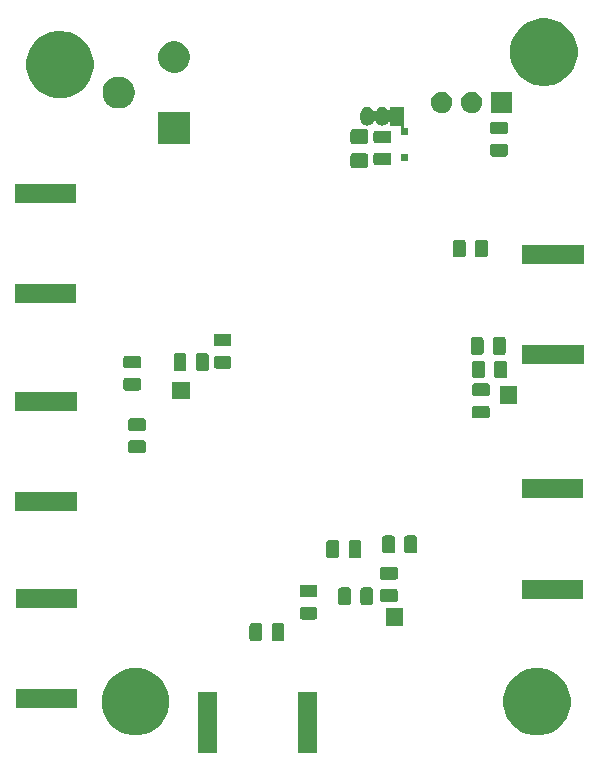
<source format=gbr>
G04 #@! TF.GenerationSoftware,KiCad,Pcbnew,(5.1.5)-3*
G04 #@! TF.CreationDate,2020-05-10T15:52:49-07:00*
G04 #@! TF.ProjectId,april_proj,61707269-6c5f-4707-926f-6a2e6b696361,rev?*
G04 #@! TF.SameCoordinates,Original*
G04 #@! TF.FileFunction,Soldermask,Bot*
G04 #@! TF.FilePolarity,Negative*
%FSLAX46Y46*%
G04 Gerber Fmt 4.6, Leading zero omitted, Abs format (unit mm)*
G04 Created by KiCad (PCBNEW (5.1.5)-3) date 2020-05-10 15:52:49*
%MOMM*%
%LPD*%
G04 APERTURE LIST*
%ADD10C,0.100000*%
G04 APERTURE END LIST*
D10*
G36*
X55776000Y-83216000D02*
G01*
X54174000Y-83216000D01*
X54174000Y-78034000D01*
X55776000Y-78034000D01*
X55776000Y-83216000D01*
G37*
G36*
X47276000Y-83216000D02*
G01*
X45674000Y-83216000D01*
X45674000Y-78034000D01*
X47276000Y-78034000D01*
X47276000Y-83216000D01*
G37*
G36*
X75206606Y-76133563D02*
G01*
X75725455Y-76348477D01*
X76192406Y-76660484D01*
X76589516Y-77057594D01*
X76901523Y-77524545D01*
X77116437Y-78043394D01*
X77225999Y-78594201D01*
X77225999Y-79155799D01*
X77116437Y-79706606D01*
X76901523Y-80225455D01*
X76589516Y-80692406D01*
X76192406Y-81089516D01*
X75725455Y-81401523D01*
X75206606Y-81616437D01*
X74655800Y-81725999D01*
X74094200Y-81725999D01*
X73543394Y-81616437D01*
X73024545Y-81401523D01*
X72557594Y-81089516D01*
X72160484Y-80692406D01*
X71848477Y-80225455D01*
X71633563Y-79706606D01*
X71524001Y-79155799D01*
X71524001Y-78594201D01*
X71633563Y-78043394D01*
X71848477Y-77524545D01*
X72160484Y-77057594D01*
X72557594Y-76660484D01*
X73024545Y-76348477D01*
X73543394Y-76133563D01*
X74094200Y-76024001D01*
X74655800Y-76024001D01*
X75206606Y-76133563D01*
G37*
G36*
X41206606Y-76133563D02*
G01*
X41725455Y-76348477D01*
X42192406Y-76660484D01*
X42589516Y-77057594D01*
X42901523Y-77524545D01*
X43116437Y-78043394D01*
X43225999Y-78594201D01*
X43225999Y-79155799D01*
X43116437Y-79706606D01*
X42901523Y-80225455D01*
X42589516Y-80692406D01*
X42192406Y-81089516D01*
X41725455Y-81401523D01*
X41206606Y-81616437D01*
X40655800Y-81725999D01*
X40094200Y-81725999D01*
X39543394Y-81616437D01*
X39024545Y-81401523D01*
X38557594Y-81089516D01*
X38160484Y-80692406D01*
X37848477Y-80225455D01*
X37633563Y-79706606D01*
X37524001Y-79155799D01*
X37524001Y-78594201D01*
X37633563Y-78043394D01*
X37848477Y-77524545D01*
X38160484Y-77057594D01*
X38557594Y-76660484D01*
X39024545Y-76348477D01*
X39543394Y-76133563D01*
X40094200Y-76024001D01*
X40655800Y-76024001D01*
X41206606Y-76133563D01*
G37*
G36*
X35416000Y-79426000D02*
G01*
X30234000Y-79426000D01*
X30234000Y-77824000D01*
X35416000Y-77824000D01*
X35416000Y-79426000D01*
G37*
G36*
X52809468Y-72228565D02*
G01*
X52848138Y-72240296D01*
X52883777Y-72259346D01*
X52915017Y-72284983D01*
X52940654Y-72316223D01*
X52959704Y-72351862D01*
X52971435Y-72390532D01*
X52976000Y-72436888D01*
X52976000Y-73513112D01*
X52971435Y-73559468D01*
X52959704Y-73598138D01*
X52940654Y-73633777D01*
X52915017Y-73665017D01*
X52883777Y-73690654D01*
X52848138Y-73709704D01*
X52809468Y-73721435D01*
X52763112Y-73726000D01*
X52111888Y-73726000D01*
X52065532Y-73721435D01*
X52026862Y-73709704D01*
X51991223Y-73690654D01*
X51959983Y-73665017D01*
X51934346Y-73633777D01*
X51915296Y-73598138D01*
X51903565Y-73559468D01*
X51899000Y-73513112D01*
X51899000Y-72436888D01*
X51903565Y-72390532D01*
X51915296Y-72351862D01*
X51934346Y-72316223D01*
X51959983Y-72284983D01*
X51991223Y-72259346D01*
X52026862Y-72240296D01*
X52065532Y-72228565D01*
X52111888Y-72224000D01*
X52763112Y-72224000D01*
X52809468Y-72228565D01*
G37*
G36*
X50934468Y-72228565D02*
G01*
X50973138Y-72240296D01*
X51008777Y-72259346D01*
X51040017Y-72284983D01*
X51065654Y-72316223D01*
X51084704Y-72351862D01*
X51096435Y-72390532D01*
X51101000Y-72436888D01*
X51101000Y-73513112D01*
X51096435Y-73559468D01*
X51084704Y-73598138D01*
X51065654Y-73633777D01*
X51040017Y-73665017D01*
X51008777Y-73690654D01*
X50973138Y-73709704D01*
X50934468Y-73721435D01*
X50888112Y-73726000D01*
X50236888Y-73726000D01*
X50190532Y-73721435D01*
X50151862Y-73709704D01*
X50116223Y-73690654D01*
X50084983Y-73665017D01*
X50059346Y-73633777D01*
X50040296Y-73598138D01*
X50028565Y-73559468D01*
X50024000Y-73513112D01*
X50024000Y-72436888D01*
X50028565Y-72390532D01*
X50040296Y-72351862D01*
X50059346Y-72316223D01*
X50084983Y-72284983D01*
X50116223Y-72259346D01*
X50151862Y-72240296D01*
X50190532Y-72228565D01*
X50236888Y-72224000D01*
X50888112Y-72224000D01*
X50934468Y-72228565D01*
G37*
G36*
X63026000Y-72426000D02*
G01*
X61574000Y-72426000D01*
X61574000Y-70974000D01*
X63026000Y-70974000D01*
X63026000Y-72426000D01*
G37*
G36*
X55609468Y-70841065D02*
G01*
X55648138Y-70852796D01*
X55683777Y-70871846D01*
X55715017Y-70897483D01*
X55740654Y-70928723D01*
X55759704Y-70964362D01*
X55771435Y-71003032D01*
X55776000Y-71049388D01*
X55776000Y-71700612D01*
X55771435Y-71746968D01*
X55759704Y-71785638D01*
X55740654Y-71821277D01*
X55715017Y-71852517D01*
X55683777Y-71878154D01*
X55648138Y-71897204D01*
X55609468Y-71908935D01*
X55563112Y-71913500D01*
X54486888Y-71913500D01*
X54440532Y-71908935D01*
X54401862Y-71897204D01*
X54366223Y-71878154D01*
X54334983Y-71852517D01*
X54309346Y-71821277D01*
X54290296Y-71785638D01*
X54278565Y-71746968D01*
X54274000Y-71700612D01*
X54274000Y-71049388D01*
X54278565Y-71003032D01*
X54290296Y-70964362D01*
X54309346Y-70928723D01*
X54334983Y-70897483D01*
X54366223Y-70871846D01*
X54401862Y-70852796D01*
X54440532Y-70841065D01*
X54486888Y-70836500D01*
X55563112Y-70836500D01*
X55609468Y-70841065D01*
G37*
G36*
X35416000Y-70926000D02*
G01*
X30234000Y-70926000D01*
X30234000Y-69324000D01*
X35416000Y-69324000D01*
X35416000Y-70926000D01*
G37*
G36*
X60333795Y-69203565D02*
G01*
X60372465Y-69215296D01*
X60408104Y-69234346D01*
X60439344Y-69259983D01*
X60464981Y-69291223D01*
X60484031Y-69326862D01*
X60495762Y-69365532D01*
X60500327Y-69411888D01*
X60500327Y-70488112D01*
X60495762Y-70534468D01*
X60484031Y-70573138D01*
X60464981Y-70608777D01*
X60439344Y-70640017D01*
X60408104Y-70665654D01*
X60372465Y-70684704D01*
X60333795Y-70696435D01*
X60287439Y-70701000D01*
X59636215Y-70701000D01*
X59589859Y-70696435D01*
X59551189Y-70684704D01*
X59515550Y-70665654D01*
X59484310Y-70640017D01*
X59458673Y-70608777D01*
X59439623Y-70573138D01*
X59427892Y-70534468D01*
X59423327Y-70488112D01*
X59423327Y-69411888D01*
X59427892Y-69365532D01*
X59439623Y-69326862D01*
X59458673Y-69291223D01*
X59484310Y-69259983D01*
X59515550Y-69234346D01*
X59551189Y-69215296D01*
X59589859Y-69203565D01*
X59636215Y-69199000D01*
X60287439Y-69199000D01*
X60333795Y-69203565D01*
G37*
G36*
X58458795Y-69203565D02*
G01*
X58497465Y-69215296D01*
X58533104Y-69234346D01*
X58564344Y-69259983D01*
X58589981Y-69291223D01*
X58609031Y-69326862D01*
X58620762Y-69365532D01*
X58625327Y-69411888D01*
X58625327Y-70488112D01*
X58620762Y-70534468D01*
X58609031Y-70573138D01*
X58589981Y-70608777D01*
X58564344Y-70640017D01*
X58533104Y-70665654D01*
X58497465Y-70684704D01*
X58458795Y-70696435D01*
X58412439Y-70701000D01*
X57761215Y-70701000D01*
X57714859Y-70696435D01*
X57676189Y-70684704D01*
X57640550Y-70665654D01*
X57609310Y-70640017D01*
X57583673Y-70608777D01*
X57564623Y-70573138D01*
X57552892Y-70534468D01*
X57548327Y-70488112D01*
X57548327Y-69411888D01*
X57552892Y-69365532D01*
X57564623Y-69326862D01*
X57583673Y-69291223D01*
X57609310Y-69259983D01*
X57640550Y-69234346D01*
X57676189Y-69215296D01*
X57714859Y-69203565D01*
X57761215Y-69199000D01*
X58412439Y-69199000D01*
X58458795Y-69203565D01*
G37*
G36*
X62409468Y-69341065D02*
G01*
X62448138Y-69352796D01*
X62483777Y-69371846D01*
X62515017Y-69397483D01*
X62540654Y-69428723D01*
X62559704Y-69464362D01*
X62571435Y-69503032D01*
X62576000Y-69549388D01*
X62576000Y-70200612D01*
X62571435Y-70246968D01*
X62559704Y-70285638D01*
X62540654Y-70321277D01*
X62515017Y-70352517D01*
X62483777Y-70378154D01*
X62448138Y-70397204D01*
X62409468Y-70408935D01*
X62363112Y-70413500D01*
X61286888Y-70413500D01*
X61240532Y-70408935D01*
X61201862Y-70397204D01*
X61166223Y-70378154D01*
X61134983Y-70352517D01*
X61109346Y-70321277D01*
X61090296Y-70285638D01*
X61078565Y-70246968D01*
X61074000Y-70200612D01*
X61074000Y-69549388D01*
X61078565Y-69503032D01*
X61090296Y-69464362D01*
X61109346Y-69428723D01*
X61134983Y-69397483D01*
X61166223Y-69371846D01*
X61201862Y-69352796D01*
X61240532Y-69341065D01*
X61286888Y-69336500D01*
X62363112Y-69336500D01*
X62409468Y-69341065D01*
G37*
G36*
X78291000Y-70151000D02*
G01*
X73109000Y-70151000D01*
X73109000Y-68549000D01*
X78291000Y-68549000D01*
X78291000Y-70151000D01*
G37*
G36*
X55609468Y-68966065D02*
G01*
X55648138Y-68977796D01*
X55683777Y-68996846D01*
X55715017Y-69022483D01*
X55740654Y-69053723D01*
X55759704Y-69089362D01*
X55771435Y-69128032D01*
X55776000Y-69174388D01*
X55776000Y-69825612D01*
X55771435Y-69871968D01*
X55759704Y-69910638D01*
X55740654Y-69946277D01*
X55715017Y-69977517D01*
X55683777Y-70003154D01*
X55648138Y-70022204D01*
X55609468Y-70033935D01*
X55563112Y-70038500D01*
X54486888Y-70038500D01*
X54440532Y-70033935D01*
X54401862Y-70022204D01*
X54366223Y-70003154D01*
X54334983Y-69977517D01*
X54309346Y-69946277D01*
X54290296Y-69910638D01*
X54278565Y-69871968D01*
X54274000Y-69825612D01*
X54274000Y-69174388D01*
X54278565Y-69128032D01*
X54290296Y-69089362D01*
X54309346Y-69053723D01*
X54334983Y-69022483D01*
X54366223Y-68996846D01*
X54401862Y-68977796D01*
X54440532Y-68966065D01*
X54486888Y-68961500D01*
X55563112Y-68961500D01*
X55609468Y-68966065D01*
G37*
G36*
X62409468Y-67466065D02*
G01*
X62448138Y-67477796D01*
X62483777Y-67496846D01*
X62515017Y-67522483D01*
X62540654Y-67553723D01*
X62559704Y-67589362D01*
X62571435Y-67628032D01*
X62576000Y-67674388D01*
X62576000Y-68325612D01*
X62571435Y-68371968D01*
X62559704Y-68410638D01*
X62540654Y-68446277D01*
X62515017Y-68477517D01*
X62483777Y-68503154D01*
X62448138Y-68522204D01*
X62409468Y-68533935D01*
X62363112Y-68538500D01*
X61286888Y-68538500D01*
X61240532Y-68533935D01*
X61201862Y-68522204D01*
X61166223Y-68503154D01*
X61134983Y-68477517D01*
X61109346Y-68446277D01*
X61090296Y-68410638D01*
X61078565Y-68371968D01*
X61074000Y-68325612D01*
X61074000Y-67674388D01*
X61078565Y-67628032D01*
X61090296Y-67589362D01*
X61109346Y-67553723D01*
X61134983Y-67522483D01*
X61166223Y-67496846D01*
X61201862Y-67477796D01*
X61240532Y-67466065D01*
X61286888Y-67461500D01*
X62363112Y-67461500D01*
X62409468Y-67466065D01*
G37*
G36*
X59321295Y-65209631D02*
G01*
X59359965Y-65221362D01*
X59395604Y-65240412D01*
X59426844Y-65266049D01*
X59452481Y-65297289D01*
X59471531Y-65332928D01*
X59483262Y-65371598D01*
X59487827Y-65417954D01*
X59487827Y-66494178D01*
X59483262Y-66540534D01*
X59471531Y-66579204D01*
X59452481Y-66614843D01*
X59426844Y-66646083D01*
X59395604Y-66671720D01*
X59359965Y-66690770D01*
X59321295Y-66702501D01*
X59274939Y-66707066D01*
X58623715Y-66707066D01*
X58577359Y-66702501D01*
X58538689Y-66690770D01*
X58503050Y-66671720D01*
X58471810Y-66646083D01*
X58446173Y-66614843D01*
X58427123Y-66579204D01*
X58415392Y-66540534D01*
X58410827Y-66494178D01*
X58410827Y-65417954D01*
X58415392Y-65371598D01*
X58427123Y-65332928D01*
X58446173Y-65297289D01*
X58471810Y-65266049D01*
X58503050Y-65240412D01*
X58538689Y-65221362D01*
X58577359Y-65209631D01*
X58623715Y-65205066D01*
X59274939Y-65205066D01*
X59321295Y-65209631D01*
G37*
G36*
X57446295Y-65209631D02*
G01*
X57484965Y-65221362D01*
X57520604Y-65240412D01*
X57551844Y-65266049D01*
X57577481Y-65297289D01*
X57596531Y-65332928D01*
X57608262Y-65371598D01*
X57612827Y-65417954D01*
X57612827Y-66494178D01*
X57608262Y-66540534D01*
X57596531Y-66579204D01*
X57577481Y-66614843D01*
X57551844Y-66646083D01*
X57520604Y-66671720D01*
X57484965Y-66690770D01*
X57446295Y-66702501D01*
X57399939Y-66707066D01*
X56748715Y-66707066D01*
X56702359Y-66702501D01*
X56663689Y-66690770D01*
X56628050Y-66671720D01*
X56596810Y-66646083D01*
X56571173Y-66614843D01*
X56552123Y-66579204D01*
X56540392Y-66540534D01*
X56535827Y-66494178D01*
X56535827Y-65417954D01*
X56540392Y-65371598D01*
X56552123Y-65332928D01*
X56571173Y-65297289D01*
X56596810Y-65266049D01*
X56628050Y-65240412D01*
X56663689Y-65221362D01*
X56702359Y-65209631D01*
X56748715Y-65205066D01*
X57399939Y-65205066D01*
X57446295Y-65209631D01*
G37*
G36*
X64046968Y-64803565D02*
G01*
X64085638Y-64815296D01*
X64121277Y-64834346D01*
X64152517Y-64859983D01*
X64178154Y-64891223D01*
X64197204Y-64926862D01*
X64208935Y-64965532D01*
X64213500Y-65011888D01*
X64213500Y-66088112D01*
X64208935Y-66134468D01*
X64197204Y-66173138D01*
X64178154Y-66208777D01*
X64152517Y-66240017D01*
X64121277Y-66265654D01*
X64085638Y-66284704D01*
X64046968Y-66296435D01*
X64000612Y-66301000D01*
X63349388Y-66301000D01*
X63303032Y-66296435D01*
X63264362Y-66284704D01*
X63228723Y-66265654D01*
X63197483Y-66240017D01*
X63171846Y-66208777D01*
X63152796Y-66173138D01*
X63141065Y-66134468D01*
X63136500Y-66088112D01*
X63136500Y-65011888D01*
X63141065Y-64965532D01*
X63152796Y-64926862D01*
X63171846Y-64891223D01*
X63197483Y-64859983D01*
X63228723Y-64834346D01*
X63264362Y-64815296D01*
X63303032Y-64803565D01*
X63349388Y-64799000D01*
X64000612Y-64799000D01*
X64046968Y-64803565D01*
G37*
G36*
X62171968Y-64803565D02*
G01*
X62210638Y-64815296D01*
X62246277Y-64834346D01*
X62277517Y-64859983D01*
X62303154Y-64891223D01*
X62322204Y-64926862D01*
X62333935Y-64965532D01*
X62338500Y-65011888D01*
X62338500Y-66088112D01*
X62333935Y-66134468D01*
X62322204Y-66173138D01*
X62303154Y-66208777D01*
X62277517Y-66240017D01*
X62246277Y-66265654D01*
X62210638Y-66284704D01*
X62171968Y-66296435D01*
X62125612Y-66301000D01*
X61474388Y-66301000D01*
X61428032Y-66296435D01*
X61389362Y-66284704D01*
X61353723Y-66265654D01*
X61322483Y-66240017D01*
X61296846Y-66208777D01*
X61277796Y-66173138D01*
X61266065Y-66134468D01*
X61261500Y-66088112D01*
X61261500Y-65011888D01*
X61266065Y-64965532D01*
X61277796Y-64926862D01*
X61296846Y-64891223D01*
X61322483Y-64859983D01*
X61353723Y-64834346D01*
X61389362Y-64815296D01*
X61428032Y-64803565D01*
X61474388Y-64799000D01*
X62125612Y-64799000D01*
X62171968Y-64803565D01*
G37*
G36*
X35391000Y-62726000D02*
G01*
X30209000Y-62726000D01*
X30209000Y-61124000D01*
X35391000Y-61124000D01*
X35391000Y-62726000D01*
G37*
G36*
X78291000Y-61651000D02*
G01*
X73109000Y-61651000D01*
X73109000Y-60049000D01*
X78291000Y-60049000D01*
X78291000Y-61651000D01*
G37*
G36*
X41084468Y-56753565D02*
G01*
X41123138Y-56765296D01*
X41158777Y-56784346D01*
X41190017Y-56809983D01*
X41215654Y-56841223D01*
X41234704Y-56876862D01*
X41246435Y-56915532D01*
X41251000Y-56961888D01*
X41251000Y-57613112D01*
X41246435Y-57659468D01*
X41234704Y-57698138D01*
X41215654Y-57733777D01*
X41190017Y-57765017D01*
X41158777Y-57790654D01*
X41123138Y-57809704D01*
X41084468Y-57821435D01*
X41038112Y-57826000D01*
X39961888Y-57826000D01*
X39915532Y-57821435D01*
X39876862Y-57809704D01*
X39841223Y-57790654D01*
X39809983Y-57765017D01*
X39784346Y-57733777D01*
X39765296Y-57698138D01*
X39753565Y-57659468D01*
X39749000Y-57613112D01*
X39749000Y-56961888D01*
X39753565Y-56915532D01*
X39765296Y-56876862D01*
X39784346Y-56841223D01*
X39809983Y-56809983D01*
X39841223Y-56784346D01*
X39876862Y-56765296D01*
X39915532Y-56753565D01*
X39961888Y-56749000D01*
X41038112Y-56749000D01*
X41084468Y-56753565D01*
G37*
G36*
X41084468Y-54878565D02*
G01*
X41123138Y-54890296D01*
X41158777Y-54909346D01*
X41190017Y-54934983D01*
X41215654Y-54966223D01*
X41234704Y-55001862D01*
X41246435Y-55040532D01*
X41251000Y-55086888D01*
X41251000Y-55738112D01*
X41246435Y-55784468D01*
X41234704Y-55823138D01*
X41215654Y-55858777D01*
X41190017Y-55890017D01*
X41158777Y-55915654D01*
X41123138Y-55934704D01*
X41084468Y-55946435D01*
X41038112Y-55951000D01*
X39961888Y-55951000D01*
X39915532Y-55946435D01*
X39876862Y-55934704D01*
X39841223Y-55915654D01*
X39809983Y-55890017D01*
X39784346Y-55858777D01*
X39765296Y-55823138D01*
X39753565Y-55784468D01*
X39749000Y-55738112D01*
X39749000Y-55086888D01*
X39753565Y-55040532D01*
X39765296Y-55001862D01*
X39784346Y-54966223D01*
X39809983Y-54934983D01*
X39841223Y-54909346D01*
X39876862Y-54890296D01*
X39915532Y-54878565D01*
X39961888Y-54874000D01*
X41038112Y-54874000D01*
X41084468Y-54878565D01*
G37*
G36*
X70184468Y-53803565D02*
G01*
X70223138Y-53815296D01*
X70258777Y-53834346D01*
X70290017Y-53859983D01*
X70315654Y-53891223D01*
X70334704Y-53926862D01*
X70346435Y-53965532D01*
X70351000Y-54011888D01*
X70351000Y-54663112D01*
X70346435Y-54709468D01*
X70334704Y-54748138D01*
X70315654Y-54783777D01*
X70290017Y-54815017D01*
X70258777Y-54840654D01*
X70223138Y-54859704D01*
X70184468Y-54871435D01*
X70138112Y-54876000D01*
X69061888Y-54876000D01*
X69015532Y-54871435D01*
X68976862Y-54859704D01*
X68941223Y-54840654D01*
X68909983Y-54815017D01*
X68884346Y-54783777D01*
X68865296Y-54748138D01*
X68853565Y-54709468D01*
X68849000Y-54663112D01*
X68849000Y-54011888D01*
X68853565Y-53965532D01*
X68865296Y-53926862D01*
X68884346Y-53891223D01*
X68909983Y-53859983D01*
X68941223Y-53834346D01*
X68976862Y-53815296D01*
X69015532Y-53803565D01*
X69061888Y-53799000D01*
X70138112Y-53799000D01*
X70184468Y-53803565D01*
G37*
G36*
X35391000Y-54226000D02*
G01*
X30209000Y-54226000D01*
X30209000Y-52624000D01*
X35391000Y-52624000D01*
X35391000Y-54226000D01*
G37*
G36*
X72676000Y-53626000D02*
G01*
X71224000Y-53626000D01*
X71224000Y-52174000D01*
X72676000Y-52174000D01*
X72676000Y-53626000D01*
G37*
G36*
X44951000Y-53276000D02*
G01*
X43499000Y-53276000D01*
X43499000Y-51824000D01*
X44951000Y-51824000D01*
X44951000Y-53276000D01*
G37*
G36*
X70184468Y-51928565D02*
G01*
X70223138Y-51940296D01*
X70258777Y-51959346D01*
X70290017Y-51984983D01*
X70315654Y-52016223D01*
X70334704Y-52051862D01*
X70346435Y-52090532D01*
X70351000Y-52136888D01*
X70351000Y-52788112D01*
X70346435Y-52834468D01*
X70334704Y-52873138D01*
X70315654Y-52908777D01*
X70290017Y-52940017D01*
X70258777Y-52965654D01*
X70223138Y-52984704D01*
X70184468Y-52996435D01*
X70138112Y-53001000D01*
X69061888Y-53001000D01*
X69015532Y-52996435D01*
X68976862Y-52984704D01*
X68941223Y-52965654D01*
X68909983Y-52940017D01*
X68884346Y-52908777D01*
X68865296Y-52873138D01*
X68853565Y-52834468D01*
X68849000Y-52788112D01*
X68849000Y-52136888D01*
X68853565Y-52090532D01*
X68865296Y-52051862D01*
X68884346Y-52016223D01*
X68909983Y-51984983D01*
X68941223Y-51959346D01*
X68976862Y-51940296D01*
X69015532Y-51928565D01*
X69061888Y-51924000D01*
X70138112Y-51924000D01*
X70184468Y-51928565D01*
G37*
G36*
X40684468Y-51453565D02*
G01*
X40723138Y-51465296D01*
X40758777Y-51484346D01*
X40790017Y-51509983D01*
X40815654Y-51541223D01*
X40834704Y-51576862D01*
X40846435Y-51615532D01*
X40851000Y-51661888D01*
X40851000Y-52313112D01*
X40846435Y-52359468D01*
X40834704Y-52398138D01*
X40815654Y-52433777D01*
X40790017Y-52465017D01*
X40758777Y-52490654D01*
X40723138Y-52509704D01*
X40684468Y-52521435D01*
X40638112Y-52526000D01*
X39561888Y-52526000D01*
X39515532Y-52521435D01*
X39476862Y-52509704D01*
X39441223Y-52490654D01*
X39409983Y-52465017D01*
X39384346Y-52433777D01*
X39365296Y-52398138D01*
X39353565Y-52359468D01*
X39349000Y-52313112D01*
X39349000Y-51661888D01*
X39353565Y-51615532D01*
X39365296Y-51576862D01*
X39384346Y-51541223D01*
X39409983Y-51509983D01*
X39441223Y-51484346D01*
X39476862Y-51465296D01*
X39515532Y-51453565D01*
X39561888Y-51449000D01*
X40638112Y-51449000D01*
X40684468Y-51453565D01*
G37*
G36*
X71659468Y-50003565D02*
G01*
X71698138Y-50015296D01*
X71733777Y-50034346D01*
X71765017Y-50059983D01*
X71790654Y-50091223D01*
X71809704Y-50126862D01*
X71821435Y-50165532D01*
X71826000Y-50211888D01*
X71826000Y-51288112D01*
X71821435Y-51334468D01*
X71809704Y-51373138D01*
X71790654Y-51408777D01*
X71765017Y-51440017D01*
X71733777Y-51465654D01*
X71698138Y-51484704D01*
X71659468Y-51496435D01*
X71613112Y-51501000D01*
X70961888Y-51501000D01*
X70915532Y-51496435D01*
X70876862Y-51484704D01*
X70841223Y-51465654D01*
X70809983Y-51440017D01*
X70784346Y-51408777D01*
X70765296Y-51373138D01*
X70753565Y-51334468D01*
X70749000Y-51288112D01*
X70749000Y-50211888D01*
X70753565Y-50165532D01*
X70765296Y-50126862D01*
X70784346Y-50091223D01*
X70809983Y-50059983D01*
X70841223Y-50034346D01*
X70876862Y-50015296D01*
X70915532Y-50003565D01*
X70961888Y-49999000D01*
X71613112Y-49999000D01*
X71659468Y-50003565D01*
G37*
G36*
X69784468Y-50003565D02*
G01*
X69823138Y-50015296D01*
X69858777Y-50034346D01*
X69890017Y-50059983D01*
X69915654Y-50091223D01*
X69934704Y-50126862D01*
X69946435Y-50165532D01*
X69951000Y-50211888D01*
X69951000Y-51288112D01*
X69946435Y-51334468D01*
X69934704Y-51373138D01*
X69915654Y-51408777D01*
X69890017Y-51440017D01*
X69858777Y-51465654D01*
X69823138Y-51484704D01*
X69784468Y-51496435D01*
X69738112Y-51501000D01*
X69086888Y-51501000D01*
X69040532Y-51496435D01*
X69001862Y-51484704D01*
X68966223Y-51465654D01*
X68934983Y-51440017D01*
X68909346Y-51408777D01*
X68890296Y-51373138D01*
X68878565Y-51334468D01*
X68874000Y-51288112D01*
X68874000Y-50211888D01*
X68878565Y-50165532D01*
X68890296Y-50126862D01*
X68909346Y-50091223D01*
X68934983Y-50059983D01*
X68966223Y-50034346D01*
X69001862Y-50015296D01*
X69040532Y-50003565D01*
X69086888Y-49999000D01*
X69738112Y-49999000D01*
X69784468Y-50003565D01*
G37*
G36*
X46396968Y-49378565D02*
G01*
X46435638Y-49390296D01*
X46471277Y-49409346D01*
X46502517Y-49434983D01*
X46528154Y-49466223D01*
X46547204Y-49501862D01*
X46558935Y-49540532D01*
X46563500Y-49586888D01*
X46563500Y-50663112D01*
X46558935Y-50709468D01*
X46547204Y-50748138D01*
X46528154Y-50783777D01*
X46502517Y-50815017D01*
X46471277Y-50840654D01*
X46435638Y-50859704D01*
X46396968Y-50871435D01*
X46350612Y-50876000D01*
X45699388Y-50876000D01*
X45653032Y-50871435D01*
X45614362Y-50859704D01*
X45578723Y-50840654D01*
X45547483Y-50815017D01*
X45521846Y-50783777D01*
X45502796Y-50748138D01*
X45491065Y-50709468D01*
X45486500Y-50663112D01*
X45486500Y-49586888D01*
X45491065Y-49540532D01*
X45502796Y-49501862D01*
X45521846Y-49466223D01*
X45547483Y-49434983D01*
X45578723Y-49409346D01*
X45614362Y-49390296D01*
X45653032Y-49378565D01*
X45699388Y-49374000D01*
X46350612Y-49374000D01*
X46396968Y-49378565D01*
G37*
G36*
X44521968Y-49378565D02*
G01*
X44560638Y-49390296D01*
X44596277Y-49409346D01*
X44627517Y-49434983D01*
X44653154Y-49466223D01*
X44672204Y-49501862D01*
X44683935Y-49540532D01*
X44688500Y-49586888D01*
X44688500Y-50663112D01*
X44683935Y-50709468D01*
X44672204Y-50748138D01*
X44653154Y-50783777D01*
X44627517Y-50815017D01*
X44596277Y-50840654D01*
X44560638Y-50859704D01*
X44521968Y-50871435D01*
X44475612Y-50876000D01*
X43824388Y-50876000D01*
X43778032Y-50871435D01*
X43739362Y-50859704D01*
X43703723Y-50840654D01*
X43672483Y-50815017D01*
X43646846Y-50783777D01*
X43627796Y-50748138D01*
X43616065Y-50709468D01*
X43611500Y-50663112D01*
X43611500Y-49586888D01*
X43616065Y-49540532D01*
X43627796Y-49501862D01*
X43646846Y-49466223D01*
X43672483Y-49434983D01*
X43703723Y-49409346D01*
X43739362Y-49390296D01*
X43778032Y-49378565D01*
X43824388Y-49374000D01*
X44475612Y-49374000D01*
X44521968Y-49378565D01*
G37*
G36*
X48334468Y-49591065D02*
G01*
X48373138Y-49602796D01*
X48408777Y-49621846D01*
X48440017Y-49647483D01*
X48465654Y-49678723D01*
X48484704Y-49714362D01*
X48496435Y-49753032D01*
X48501000Y-49799388D01*
X48501000Y-50450612D01*
X48496435Y-50496968D01*
X48484704Y-50535638D01*
X48465654Y-50571277D01*
X48440017Y-50602517D01*
X48408777Y-50628154D01*
X48373138Y-50647204D01*
X48334468Y-50658935D01*
X48288112Y-50663500D01*
X47211888Y-50663500D01*
X47165532Y-50658935D01*
X47126862Y-50647204D01*
X47091223Y-50628154D01*
X47059983Y-50602517D01*
X47034346Y-50571277D01*
X47015296Y-50535638D01*
X47003565Y-50496968D01*
X46999000Y-50450612D01*
X46999000Y-49799388D01*
X47003565Y-49753032D01*
X47015296Y-49714362D01*
X47034346Y-49678723D01*
X47059983Y-49647483D01*
X47091223Y-49621846D01*
X47126862Y-49602796D01*
X47165532Y-49591065D01*
X47211888Y-49586500D01*
X48288112Y-49586500D01*
X48334468Y-49591065D01*
G37*
G36*
X40684468Y-49578565D02*
G01*
X40723138Y-49590296D01*
X40758777Y-49609346D01*
X40790017Y-49634983D01*
X40815654Y-49666223D01*
X40834704Y-49701862D01*
X40846435Y-49740532D01*
X40851000Y-49786888D01*
X40851000Y-50438112D01*
X40846435Y-50484468D01*
X40834704Y-50523138D01*
X40815654Y-50558777D01*
X40790017Y-50590017D01*
X40758777Y-50615654D01*
X40723138Y-50634704D01*
X40684468Y-50646435D01*
X40638112Y-50651000D01*
X39561888Y-50651000D01*
X39515532Y-50646435D01*
X39476862Y-50634704D01*
X39441223Y-50615654D01*
X39409983Y-50590017D01*
X39384346Y-50558777D01*
X39365296Y-50523138D01*
X39353565Y-50484468D01*
X39349000Y-50438112D01*
X39349000Y-49786888D01*
X39353565Y-49740532D01*
X39365296Y-49701862D01*
X39384346Y-49666223D01*
X39409983Y-49634983D01*
X39441223Y-49609346D01*
X39476862Y-49590296D01*
X39515532Y-49578565D01*
X39561888Y-49574000D01*
X40638112Y-49574000D01*
X40684468Y-49578565D01*
G37*
G36*
X78316000Y-50301000D02*
G01*
X73134000Y-50301000D01*
X73134000Y-48699000D01*
X78316000Y-48699000D01*
X78316000Y-50301000D01*
G37*
G36*
X69671968Y-48003565D02*
G01*
X69710638Y-48015296D01*
X69746277Y-48034346D01*
X69777517Y-48059983D01*
X69803154Y-48091223D01*
X69822204Y-48126862D01*
X69833935Y-48165532D01*
X69838500Y-48211888D01*
X69838500Y-49288112D01*
X69833935Y-49334468D01*
X69822204Y-49373138D01*
X69803154Y-49408777D01*
X69777517Y-49440017D01*
X69746277Y-49465654D01*
X69710638Y-49484704D01*
X69671968Y-49496435D01*
X69625612Y-49501000D01*
X68974388Y-49501000D01*
X68928032Y-49496435D01*
X68889362Y-49484704D01*
X68853723Y-49465654D01*
X68822483Y-49440017D01*
X68796846Y-49408777D01*
X68777796Y-49373138D01*
X68766065Y-49334468D01*
X68761500Y-49288112D01*
X68761500Y-48211888D01*
X68766065Y-48165532D01*
X68777796Y-48126862D01*
X68796846Y-48091223D01*
X68822483Y-48059983D01*
X68853723Y-48034346D01*
X68889362Y-48015296D01*
X68928032Y-48003565D01*
X68974388Y-47999000D01*
X69625612Y-47999000D01*
X69671968Y-48003565D01*
G37*
G36*
X71546968Y-48003565D02*
G01*
X71585638Y-48015296D01*
X71621277Y-48034346D01*
X71652517Y-48059983D01*
X71678154Y-48091223D01*
X71697204Y-48126862D01*
X71708935Y-48165532D01*
X71713500Y-48211888D01*
X71713500Y-49288112D01*
X71708935Y-49334468D01*
X71697204Y-49373138D01*
X71678154Y-49408777D01*
X71652517Y-49440017D01*
X71621277Y-49465654D01*
X71585638Y-49484704D01*
X71546968Y-49496435D01*
X71500612Y-49501000D01*
X70849388Y-49501000D01*
X70803032Y-49496435D01*
X70764362Y-49484704D01*
X70728723Y-49465654D01*
X70697483Y-49440017D01*
X70671846Y-49408777D01*
X70652796Y-49373138D01*
X70641065Y-49334468D01*
X70636500Y-49288112D01*
X70636500Y-48211888D01*
X70641065Y-48165532D01*
X70652796Y-48126862D01*
X70671846Y-48091223D01*
X70697483Y-48059983D01*
X70728723Y-48034346D01*
X70764362Y-48015296D01*
X70803032Y-48003565D01*
X70849388Y-47999000D01*
X71500612Y-47999000D01*
X71546968Y-48003565D01*
G37*
G36*
X48334468Y-47716065D02*
G01*
X48373138Y-47727796D01*
X48408777Y-47746846D01*
X48440017Y-47772483D01*
X48465654Y-47803723D01*
X48484704Y-47839362D01*
X48496435Y-47878032D01*
X48501000Y-47924388D01*
X48501000Y-48575612D01*
X48496435Y-48621968D01*
X48484704Y-48660638D01*
X48465654Y-48696277D01*
X48440017Y-48727517D01*
X48408777Y-48753154D01*
X48373138Y-48772204D01*
X48334468Y-48783935D01*
X48288112Y-48788500D01*
X47211888Y-48788500D01*
X47165532Y-48783935D01*
X47126862Y-48772204D01*
X47091223Y-48753154D01*
X47059983Y-48727517D01*
X47034346Y-48696277D01*
X47015296Y-48660638D01*
X47003565Y-48621968D01*
X46999000Y-48575612D01*
X46999000Y-47924388D01*
X47003565Y-47878032D01*
X47015296Y-47839362D01*
X47034346Y-47803723D01*
X47059983Y-47772483D01*
X47091223Y-47746846D01*
X47126862Y-47727796D01*
X47165532Y-47716065D01*
X47211888Y-47711500D01*
X48288112Y-47711500D01*
X48334468Y-47716065D01*
G37*
G36*
X35341000Y-45126000D02*
G01*
X30159000Y-45126000D01*
X30159000Y-43524000D01*
X35341000Y-43524000D01*
X35341000Y-45126000D01*
G37*
G36*
X78316000Y-41801000D02*
G01*
X73134000Y-41801000D01*
X73134000Y-40199000D01*
X78316000Y-40199000D01*
X78316000Y-41801000D01*
G37*
G36*
X68159468Y-39763565D02*
G01*
X68198138Y-39775296D01*
X68233777Y-39794346D01*
X68265017Y-39819983D01*
X68290654Y-39851223D01*
X68309704Y-39886862D01*
X68321435Y-39925532D01*
X68326000Y-39971888D01*
X68326000Y-41048112D01*
X68321435Y-41094468D01*
X68309704Y-41133138D01*
X68290654Y-41168777D01*
X68265017Y-41200017D01*
X68233777Y-41225654D01*
X68198138Y-41244704D01*
X68159468Y-41256435D01*
X68113112Y-41261000D01*
X67461888Y-41261000D01*
X67415532Y-41256435D01*
X67376862Y-41244704D01*
X67341223Y-41225654D01*
X67309983Y-41200017D01*
X67284346Y-41168777D01*
X67265296Y-41133138D01*
X67253565Y-41094468D01*
X67249000Y-41048112D01*
X67249000Y-39971888D01*
X67253565Y-39925532D01*
X67265296Y-39886862D01*
X67284346Y-39851223D01*
X67309983Y-39819983D01*
X67341223Y-39794346D01*
X67376862Y-39775296D01*
X67415532Y-39763565D01*
X67461888Y-39759000D01*
X68113112Y-39759000D01*
X68159468Y-39763565D01*
G37*
G36*
X70034468Y-39763565D02*
G01*
X70073138Y-39775296D01*
X70108777Y-39794346D01*
X70140017Y-39819983D01*
X70165654Y-39851223D01*
X70184704Y-39886862D01*
X70196435Y-39925532D01*
X70201000Y-39971888D01*
X70201000Y-41048112D01*
X70196435Y-41094468D01*
X70184704Y-41133138D01*
X70165654Y-41168777D01*
X70140017Y-41200017D01*
X70108777Y-41225654D01*
X70073138Y-41244704D01*
X70034468Y-41256435D01*
X69988112Y-41261000D01*
X69336888Y-41261000D01*
X69290532Y-41256435D01*
X69251862Y-41244704D01*
X69216223Y-41225654D01*
X69184983Y-41200017D01*
X69159346Y-41168777D01*
X69140296Y-41133138D01*
X69128565Y-41094468D01*
X69124000Y-41048112D01*
X69124000Y-39971888D01*
X69128565Y-39925532D01*
X69140296Y-39886862D01*
X69159346Y-39851223D01*
X69184983Y-39819983D01*
X69216223Y-39794346D01*
X69251862Y-39775296D01*
X69290532Y-39763565D01*
X69336888Y-39759000D01*
X69988112Y-39759000D01*
X70034468Y-39763565D01*
G37*
G36*
X35341000Y-36626000D02*
G01*
X30159000Y-36626000D01*
X30159000Y-35024000D01*
X35341000Y-35024000D01*
X35341000Y-36626000D01*
G37*
G36*
X59913674Y-32453465D02*
G01*
X59951367Y-32464899D01*
X59986103Y-32483466D01*
X60016548Y-32508452D01*
X60041534Y-32538897D01*
X60060101Y-32573633D01*
X60071535Y-32611326D01*
X60076000Y-32656661D01*
X60076000Y-33493339D01*
X60071535Y-33538674D01*
X60060101Y-33576367D01*
X60041534Y-33611103D01*
X60016548Y-33641548D01*
X59986103Y-33666534D01*
X59951367Y-33685101D01*
X59913674Y-33696535D01*
X59868339Y-33701000D01*
X58781661Y-33701000D01*
X58736326Y-33696535D01*
X58698633Y-33685101D01*
X58663897Y-33666534D01*
X58633452Y-33641548D01*
X58608466Y-33611103D01*
X58589899Y-33576367D01*
X58578465Y-33538674D01*
X58574000Y-33493339D01*
X58574000Y-32656661D01*
X58578465Y-32611326D01*
X58589899Y-32573633D01*
X58608466Y-32538897D01*
X58633452Y-32508452D01*
X58663897Y-32483466D01*
X58698633Y-32464899D01*
X58736326Y-32453465D01*
X58781661Y-32449000D01*
X59868339Y-32449000D01*
X59913674Y-32453465D01*
G37*
G36*
X61859468Y-32391065D02*
G01*
X61898138Y-32402796D01*
X61933777Y-32421846D01*
X61965017Y-32447483D01*
X61990654Y-32478723D01*
X62009704Y-32514362D01*
X62021435Y-32553032D01*
X62026000Y-32599388D01*
X62026000Y-33250612D01*
X62021435Y-33296968D01*
X62009704Y-33335638D01*
X61990654Y-33371277D01*
X61965017Y-33402517D01*
X61933777Y-33428154D01*
X61898138Y-33447204D01*
X61859468Y-33458935D01*
X61813112Y-33463500D01*
X60736888Y-33463500D01*
X60690532Y-33458935D01*
X60651862Y-33447204D01*
X60616223Y-33428154D01*
X60584983Y-33402517D01*
X60559346Y-33371277D01*
X60540296Y-33335638D01*
X60528565Y-33296968D01*
X60524000Y-33250612D01*
X60524000Y-32599388D01*
X60528565Y-32553032D01*
X60540296Y-32514362D01*
X60559346Y-32478723D01*
X60584983Y-32447483D01*
X60616223Y-32421846D01*
X60651862Y-32402796D01*
X60690532Y-32391065D01*
X60736888Y-32386500D01*
X61813112Y-32386500D01*
X61859468Y-32391065D01*
G37*
G36*
X63476000Y-33101000D02*
G01*
X62874000Y-33101000D01*
X62874000Y-32499000D01*
X63476000Y-32499000D01*
X63476000Y-33101000D01*
G37*
G36*
X71734468Y-31641065D02*
G01*
X71773138Y-31652796D01*
X71808777Y-31671846D01*
X71840017Y-31697483D01*
X71865654Y-31728723D01*
X71884704Y-31764362D01*
X71896435Y-31803032D01*
X71901000Y-31849388D01*
X71901000Y-32500612D01*
X71896435Y-32546968D01*
X71884704Y-32585638D01*
X71865654Y-32621277D01*
X71840017Y-32652517D01*
X71808777Y-32678154D01*
X71773138Y-32697204D01*
X71734468Y-32708935D01*
X71688112Y-32713500D01*
X70611888Y-32713500D01*
X70565532Y-32708935D01*
X70526862Y-32697204D01*
X70491223Y-32678154D01*
X70459983Y-32652517D01*
X70434346Y-32621277D01*
X70415296Y-32585638D01*
X70403565Y-32546968D01*
X70399000Y-32500612D01*
X70399000Y-31849388D01*
X70403565Y-31803032D01*
X70415296Y-31764362D01*
X70434346Y-31728723D01*
X70459983Y-31697483D01*
X70491223Y-31671846D01*
X70526862Y-31652796D01*
X70565532Y-31641065D01*
X70611888Y-31636500D01*
X71688112Y-31636500D01*
X71734468Y-31641065D01*
G37*
G36*
X59913674Y-30403465D02*
G01*
X59951367Y-30414899D01*
X59986103Y-30433466D01*
X60016548Y-30458452D01*
X60041534Y-30488897D01*
X60060101Y-30523633D01*
X60071535Y-30561326D01*
X60076000Y-30606661D01*
X60076000Y-31443339D01*
X60071535Y-31488674D01*
X60060101Y-31526367D01*
X60041534Y-31561103D01*
X60016548Y-31591548D01*
X59986103Y-31616534D01*
X59951367Y-31635101D01*
X59913674Y-31646535D01*
X59868339Y-31651000D01*
X58781661Y-31651000D01*
X58736326Y-31646535D01*
X58698633Y-31635101D01*
X58663897Y-31616534D01*
X58633452Y-31591548D01*
X58608466Y-31561103D01*
X58589899Y-31526367D01*
X58578465Y-31488674D01*
X58574000Y-31443339D01*
X58574000Y-30606661D01*
X58578465Y-30561326D01*
X58589899Y-30523633D01*
X58608466Y-30488897D01*
X58633452Y-30458452D01*
X58663897Y-30433466D01*
X58698633Y-30414899D01*
X58736326Y-30403465D01*
X58781661Y-30399000D01*
X59868339Y-30399000D01*
X59913674Y-30403465D01*
G37*
G36*
X44993004Y-31644122D02*
G01*
X42291004Y-31644122D01*
X42291004Y-28942122D01*
X44993004Y-28942122D01*
X44993004Y-31644122D01*
G37*
G36*
X61859468Y-30516065D02*
G01*
X61898138Y-30527796D01*
X61933777Y-30546846D01*
X61965017Y-30572483D01*
X61990654Y-30603723D01*
X62009704Y-30639362D01*
X62021435Y-30678032D01*
X62026000Y-30724388D01*
X62026000Y-31375612D01*
X62021435Y-31421968D01*
X62009704Y-31460638D01*
X61990654Y-31496277D01*
X61965017Y-31527517D01*
X61933777Y-31553154D01*
X61898138Y-31572204D01*
X61859468Y-31583935D01*
X61813112Y-31588500D01*
X60736888Y-31588500D01*
X60690532Y-31583935D01*
X60651862Y-31572204D01*
X60616223Y-31553154D01*
X60584983Y-31527517D01*
X60559346Y-31496277D01*
X60540296Y-31460638D01*
X60528565Y-31421968D01*
X60524000Y-31375612D01*
X60524000Y-30724388D01*
X60528565Y-30678032D01*
X60540296Y-30639362D01*
X60559346Y-30603723D01*
X60584983Y-30572483D01*
X60616223Y-30546846D01*
X60651862Y-30527796D01*
X60690532Y-30516065D01*
X60736888Y-30511500D01*
X61813112Y-30511500D01*
X61859468Y-30516065D01*
G37*
G36*
X61377916Y-28497334D02*
G01*
X61486492Y-28530271D01*
X61486495Y-28530272D01*
X61522601Y-28549571D01*
X61586557Y-28583756D01*
X61674264Y-28655736D01*
X61737383Y-28732646D01*
X61754702Y-28749965D01*
X61775077Y-28763579D01*
X61797716Y-28772957D01*
X61821749Y-28777737D01*
X61846253Y-28777737D01*
X61870286Y-28772957D01*
X61892925Y-28763579D01*
X61913299Y-28749966D01*
X61930626Y-28732639D01*
X61944240Y-28712264D01*
X61953618Y-28689625D01*
X61958398Y-28665592D01*
X61959000Y-28653340D01*
X61959000Y-28489000D01*
X63111000Y-28489000D01*
X63111000Y-30174001D01*
X63113402Y-30198387D01*
X63120515Y-30221836D01*
X63132066Y-30243447D01*
X63147611Y-30262389D01*
X63166553Y-30277934D01*
X63188164Y-30289485D01*
X63211613Y-30296598D01*
X63235999Y-30299000D01*
X63476000Y-30299000D01*
X63476000Y-30901000D01*
X62874000Y-30901000D01*
X62874000Y-30215999D01*
X62871598Y-30191613D01*
X62864485Y-30168164D01*
X62852934Y-30146553D01*
X62837389Y-30127611D01*
X62818447Y-30112066D01*
X62796836Y-30100515D01*
X62773387Y-30093402D01*
X62749001Y-30091000D01*
X61959000Y-30091000D01*
X61959000Y-29926660D01*
X61956598Y-29902274D01*
X61949485Y-29878825D01*
X61937934Y-29857214D01*
X61922389Y-29838272D01*
X61903447Y-29822727D01*
X61881836Y-29811176D01*
X61858387Y-29804063D01*
X61834001Y-29801661D01*
X61809615Y-29804063D01*
X61786166Y-29811176D01*
X61764555Y-29822727D01*
X61737381Y-29847356D01*
X61674264Y-29924264D01*
X61586556Y-29996244D01*
X61522600Y-30030429D01*
X61486494Y-30049728D01*
X61486491Y-30049729D01*
X61377915Y-30082666D01*
X61265000Y-30093787D01*
X61152084Y-30082666D01*
X61043508Y-30049729D01*
X61043505Y-30049728D01*
X61007399Y-30030429D01*
X60943443Y-29996244D01*
X60855736Y-29924264D01*
X60783756Y-29836556D01*
X60740239Y-29755140D01*
X60726625Y-29734766D01*
X60709298Y-29717439D01*
X60688924Y-29703825D01*
X60666285Y-29694448D01*
X60642251Y-29689668D01*
X60617747Y-29689668D01*
X60593714Y-29694449D01*
X60571075Y-29703826D01*
X60550701Y-29717440D01*
X60533374Y-29734767D01*
X60519762Y-29755140D01*
X60476244Y-29836557D01*
X60404264Y-29924264D01*
X60316556Y-29996244D01*
X60252600Y-30030429D01*
X60216494Y-30049728D01*
X60216491Y-30049729D01*
X60107915Y-30082666D01*
X59995000Y-30093787D01*
X59882084Y-30082666D01*
X59773508Y-30049729D01*
X59773505Y-30049728D01*
X59737399Y-30030429D01*
X59673443Y-29996244D01*
X59585736Y-29924264D01*
X59513756Y-29836556D01*
X59470239Y-29755140D01*
X59460272Y-29736494D01*
X59454492Y-29717440D01*
X59427334Y-29627915D01*
X59419000Y-29543297D01*
X59419000Y-29036702D01*
X59427334Y-28952084D01*
X59460271Y-28843508D01*
X59460272Y-28843505D01*
X59513756Y-28743445D01*
X59513757Y-28743443D01*
X59585737Y-28655736D01*
X59673444Y-28583756D01*
X59737400Y-28549571D01*
X59773506Y-28530272D01*
X59773509Y-28530271D01*
X59882085Y-28497334D01*
X59995000Y-28486213D01*
X60107916Y-28497334D01*
X60216492Y-28530271D01*
X60216495Y-28530272D01*
X60252601Y-28549571D01*
X60316557Y-28583756D01*
X60404264Y-28655736D01*
X60476244Y-28743443D01*
X60492019Y-28772957D01*
X60519761Y-28824859D01*
X60533375Y-28845234D01*
X60550702Y-28862561D01*
X60571076Y-28876174D01*
X60593715Y-28885552D01*
X60617748Y-28890332D01*
X60642252Y-28890332D01*
X60666285Y-28885552D01*
X60688924Y-28876174D01*
X60709299Y-28862560D01*
X60726626Y-28845233D01*
X60740239Y-28824859D01*
X60783756Y-28743445D01*
X60783757Y-28743443D01*
X60855737Y-28655736D01*
X60943444Y-28583756D01*
X61007400Y-28549571D01*
X61043506Y-28530272D01*
X61043509Y-28530271D01*
X61152085Y-28497334D01*
X61265000Y-28486213D01*
X61377916Y-28497334D01*
G37*
G36*
X71734468Y-29766065D02*
G01*
X71773138Y-29777796D01*
X71808777Y-29796846D01*
X71840017Y-29822483D01*
X71865654Y-29853723D01*
X71884704Y-29889362D01*
X71896435Y-29928032D01*
X71901000Y-29974388D01*
X71901000Y-30625612D01*
X71896435Y-30671968D01*
X71884704Y-30710638D01*
X71865654Y-30746277D01*
X71840017Y-30777517D01*
X71808777Y-30803154D01*
X71773138Y-30822204D01*
X71734468Y-30833935D01*
X71688112Y-30838500D01*
X70611888Y-30838500D01*
X70565532Y-30833935D01*
X70526862Y-30822204D01*
X70491223Y-30803154D01*
X70459983Y-30777517D01*
X70434346Y-30746277D01*
X70415296Y-30710638D01*
X70403565Y-30671968D01*
X70399000Y-30625612D01*
X70399000Y-29974388D01*
X70403565Y-29928032D01*
X70415296Y-29889362D01*
X70434346Y-29853723D01*
X70459983Y-29822483D01*
X70491223Y-29796846D01*
X70526862Y-29777796D01*
X70565532Y-29766065D01*
X70611888Y-29761500D01*
X71688112Y-29761500D01*
X71734468Y-29766065D01*
G37*
G36*
X66408512Y-27228927D02*
G01*
X66557812Y-27258624D01*
X66721784Y-27326544D01*
X66869354Y-27425147D01*
X66994853Y-27550646D01*
X67093456Y-27698216D01*
X67161376Y-27862188D01*
X67196000Y-28036259D01*
X67196000Y-28213741D01*
X67161376Y-28387812D01*
X67093456Y-28551784D01*
X66994853Y-28699354D01*
X66869354Y-28824853D01*
X66721784Y-28923456D01*
X66557812Y-28991376D01*
X66408512Y-29021073D01*
X66383742Y-29026000D01*
X66206258Y-29026000D01*
X66181488Y-29021073D01*
X66032188Y-28991376D01*
X65868216Y-28923456D01*
X65720646Y-28824853D01*
X65595147Y-28699354D01*
X65496544Y-28551784D01*
X65428624Y-28387812D01*
X65394000Y-28213741D01*
X65394000Y-28036259D01*
X65428624Y-27862188D01*
X65496544Y-27698216D01*
X65595147Y-27550646D01*
X65720646Y-27425147D01*
X65868216Y-27326544D01*
X66032188Y-27258624D01*
X66181488Y-27228927D01*
X66206258Y-27224000D01*
X66383742Y-27224000D01*
X66408512Y-27228927D01*
G37*
G36*
X68948512Y-27228927D02*
G01*
X69097812Y-27258624D01*
X69261784Y-27326544D01*
X69409354Y-27425147D01*
X69534853Y-27550646D01*
X69633456Y-27698216D01*
X69701376Y-27862188D01*
X69736000Y-28036259D01*
X69736000Y-28213741D01*
X69701376Y-28387812D01*
X69633456Y-28551784D01*
X69534853Y-28699354D01*
X69409354Y-28824853D01*
X69261784Y-28923456D01*
X69097812Y-28991376D01*
X68948512Y-29021073D01*
X68923742Y-29026000D01*
X68746258Y-29026000D01*
X68721488Y-29021073D01*
X68572188Y-28991376D01*
X68408216Y-28923456D01*
X68260646Y-28824853D01*
X68135147Y-28699354D01*
X68036544Y-28551784D01*
X67968624Y-28387812D01*
X67934000Y-28213741D01*
X67934000Y-28036259D01*
X67968624Y-27862188D01*
X68036544Y-27698216D01*
X68135147Y-27550646D01*
X68260646Y-27425147D01*
X68408216Y-27326544D01*
X68572188Y-27258624D01*
X68721488Y-27228927D01*
X68746258Y-27224000D01*
X68923742Y-27224000D01*
X68948512Y-27228927D01*
G37*
G36*
X72276000Y-29026000D02*
G01*
X70474000Y-29026000D01*
X70474000Y-27224000D01*
X72276000Y-27224000D01*
X72276000Y-29026000D01*
G37*
G36*
X39336076Y-25994040D02*
G01*
X39566577Y-26089516D01*
X39581943Y-26095881D01*
X39693332Y-26170309D01*
X39803215Y-26243731D01*
X39991395Y-26431911D01*
X40139246Y-26653185D01*
X40241086Y-26899050D01*
X40293004Y-27160059D01*
X40293004Y-27426185D01*
X40241086Y-27687194D01*
X40168602Y-27862188D01*
X40139245Y-27933061D01*
X39991394Y-28154334D01*
X39803216Y-28342512D01*
X39581943Y-28490363D01*
X39581942Y-28490364D01*
X39581941Y-28490364D01*
X39336076Y-28592204D01*
X39075067Y-28644122D01*
X38808941Y-28644122D01*
X38547932Y-28592204D01*
X38302067Y-28490364D01*
X38302066Y-28490364D01*
X38302065Y-28490363D01*
X38080792Y-28342512D01*
X37892614Y-28154334D01*
X37744763Y-27933061D01*
X37715407Y-27862188D01*
X37642922Y-27687194D01*
X37591004Y-27426185D01*
X37591004Y-27160059D01*
X37642922Y-26899050D01*
X37744762Y-26653185D01*
X37892613Y-26431911D01*
X38080793Y-26243731D01*
X38190676Y-26170309D01*
X38302065Y-26095881D01*
X38317432Y-26089516D01*
X38547932Y-25994040D01*
X38808941Y-25942122D01*
X39075067Y-25942122D01*
X39336076Y-25994040D01*
G37*
G36*
X34531202Y-22128782D02*
G01*
X34806606Y-22183563D01*
X35325455Y-22398477D01*
X35792406Y-22710484D01*
X36189516Y-23107594D01*
X36501523Y-23574545D01*
X36501524Y-23574547D01*
X36716437Y-24093395D01*
X36825999Y-24644200D01*
X36825999Y-25205800D01*
X36716437Y-25756605D01*
X36514664Y-26243731D01*
X36501523Y-26275455D01*
X36189516Y-26742406D01*
X35792406Y-27139516D01*
X35325455Y-27451523D01*
X34806606Y-27666437D01*
X34255800Y-27775999D01*
X33694200Y-27775999D01*
X33143394Y-27666437D01*
X32624545Y-27451523D01*
X32157594Y-27139516D01*
X31760484Y-26742406D01*
X31448477Y-26275455D01*
X31435337Y-26243731D01*
X31233563Y-25756605D01*
X31124001Y-25205800D01*
X31124001Y-24644200D01*
X31233563Y-24093395D01*
X31448476Y-23574547D01*
X31448477Y-23574545D01*
X31760484Y-23107594D01*
X32157594Y-22710484D01*
X32624545Y-22398477D01*
X33143394Y-22183563D01*
X33694200Y-22074001D01*
X34255800Y-22074001D01*
X34531202Y-22128782D01*
G37*
G36*
X75506202Y-21078782D02*
G01*
X75781606Y-21133563D01*
X76300455Y-21348477D01*
X76767406Y-21660484D01*
X77164516Y-22057594D01*
X77392286Y-22398476D01*
X77476524Y-22524547D01*
X77691437Y-23043395D01*
X77800999Y-23594200D01*
X77800999Y-24155800D01*
X77691437Y-24706605D01*
X77484665Y-25205800D01*
X77476523Y-25225455D01*
X77164516Y-25692406D01*
X76767406Y-26089516D01*
X76300455Y-26401523D01*
X75781606Y-26616437D01*
X75506202Y-26671218D01*
X75230800Y-26725999D01*
X74669200Y-26725999D01*
X74393798Y-26671218D01*
X74118394Y-26616437D01*
X73599545Y-26401523D01*
X73132594Y-26089516D01*
X72735484Y-25692406D01*
X72423477Y-25225455D01*
X72415336Y-25205800D01*
X72208563Y-24706605D01*
X72099001Y-24155800D01*
X72099001Y-23594200D01*
X72208563Y-23043395D01*
X72423476Y-22524547D01*
X72507714Y-22398476D01*
X72735484Y-22057594D01*
X73132594Y-21660484D01*
X73599545Y-21348477D01*
X74118394Y-21133563D01*
X74393798Y-21078782D01*
X74669200Y-21024001D01*
X75230800Y-21024001D01*
X75506202Y-21078782D01*
G37*
G36*
X44036076Y-22994040D02*
G01*
X44281943Y-23095881D01*
X44503216Y-23243732D01*
X44691394Y-23431910D01*
X44799834Y-23594200D01*
X44839246Y-23653185D01*
X44941086Y-23899050D01*
X44992157Y-24155799D01*
X44993004Y-24160060D01*
X44993004Y-24426184D01*
X44941086Y-24687194D01*
X44839245Y-24933061D01*
X44691394Y-25154334D01*
X44503216Y-25342512D01*
X44281943Y-25490363D01*
X44281942Y-25490364D01*
X44281941Y-25490364D01*
X44036076Y-25592204D01*
X43775067Y-25644122D01*
X43508941Y-25644122D01*
X43247932Y-25592204D01*
X43002067Y-25490364D01*
X43002066Y-25490364D01*
X43002065Y-25490363D01*
X42780792Y-25342512D01*
X42592614Y-25154334D01*
X42444763Y-24933061D01*
X42342922Y-24687194D01*
X42291004Y-24426184D01*
X42291004Y-24160060D01*
X42291852Y-24155799D01*
X42342922Y-23899050D01*
X42444762Y-23653185D01*
X42484175Y-23594200D01*
X42592614Y-23431910D01*
X42780792Y-23243732D01*
X43002065Y-23095881D01*
X43247932Y-22994040D01*
X43508941Y-22942122D01*
X43775067Y-22942122D01*
X44036076Y-22994040D01*
G37*
M02*

</source>
